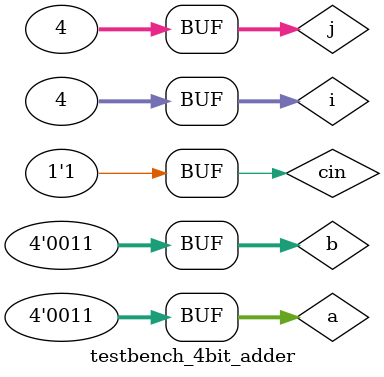
<source format=v>
module testbench_4bit_adder();

	//declare variables and nets for module ports on testbench
	reg [3:0] a;
	reg [3:0] b;
	reg cin;
	wire [3:0] sum;
	wire cout;
	
	integer i, j; //used for verification
	parameter LOOP_LIMIT = 4;
	
	//instantiate the module using the "dot reference style"
	ripple_adder_4bit_dataflow RIPPLE_ADD_4BIT(
		.a(a),
		.b(b),
		.carry_in(cin),
		.sum(sum),
		.carry_out(cout)
	
		);
	
	//generate stimulus and monitor module ports
	initial begin
		$monitor("a=%b, b=%b, carry_in=%0b, sum=%0d, carry_out=%b", a, b, cin, sum, cout);
	end
	
	initial begin
		for (i=0; i<LOOP_LIMIT; i=i+1) begin
			for (j=0; j<LOOP_LIMIT; j=j+1) begin
				#1 a = i; b = j; cin = i%2;
			end
		end

		
	end
endmodule
		
		

</source>
